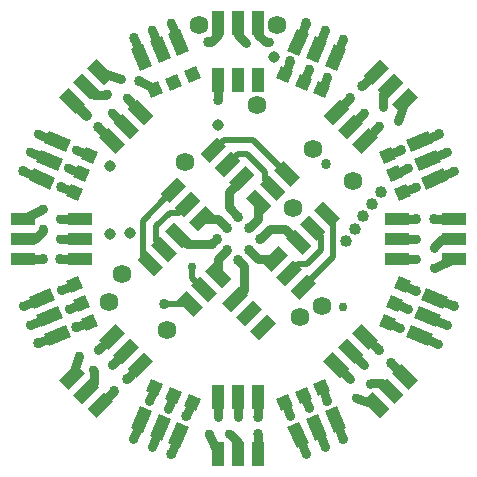
<source format=gtl>
G04 #@! TF.FileFunction,Copper,L1,Top,Signal*
%FSLAX46Y46*%
G04 Gerber Fmt 4.6, Leading zero omitted, Abs format (unit mm)*
G04 Created by KiCad (PCBNEW 4.0.7) date 11/15/18 02:42:04*
%MOMM*%
%LPD*%
G01*
G04 APERTURE LIST*
%ADD10C,0.100000*%
%ADD11R,1.100000X2.000000*%
%ADD12R,2.000000X1.100000*%
%ADD13C,1.589000*%
%ADD14C,1.010000*%
%ADD15C,0.864000*%
%ADD16C,1.586000*%
%ADD17C,0.974000*%
%ADD18C,0.762000*%
%ADD19C,0.762000*%
%ADD20C,0.889000*%
%ADD21C,0.254000*%
%ADD22C,0.508000*%
G04 APERTURE END LIST*
D10*
G36*
X22796877Y22776776D02*
X22019059Y21998958D01*
X20604845Y23413172D01*
X21382663Y24190990D01*
X22796877Y22776776D01*
X22796877Y22776776D01*
G37*
G36*
X23998961Y23978857D02*
X23221143Y23201039D01*
X21806929Y24615253D01*
X22584747Y25393071D01*
X23998961Y23978857D01*
X23998961Y23978857D01*
G37*
G36*
X25201041Y25180940D02*
X24423223Y24403122D01*
X23009009Y25817336D01*
X23786827Y26595154D01*
X25201041Y25180940D01*
X25201041Y25180940D01*
G37*
G36*
X26403123Y22423224D02*
X27180941Y23201042D01*
X28595155Y21786828D01*
X27817337Y21009010D01*
X26403123Y22423224D01*
X26403123Y22423224D01*
G37*
G36*
X25201039Y21221143D02*
X25978857Y21998961D01*
X27393071Y20584747D01*
X26615253Y19806929D01*
X25201039Y21221143D01*
X25201039Y21221143D01*
G37*
G36*
X23998959Y20019060D02*
X24776777Y20796878D01*
X26190991Y19382664D01*
X25413173Y18604846D01*
X23998959Y20019060D01*
X23998959Y20019060D01*
G37*
G36*
X26764021Y33322604D02*
X27780289Y32901652D01*
X27359337Y31885384D01*
X26343069Y32306336D01*
X26764021Y33322604D01*
X26764021Y33322604D01*
G37*
G36*
X25193426Y33973165D02*
X26209694Y33552213D01*
X25788742Y32535945D01*
X24772474Y32956897D01*
X25193426Y33973165D01*
X25193426Y33973165D01*
G37*
G36*
X23622831Y34623727D02*
X24639099Y34202775D01*
X24218147Y33186507D01*
X23201879Y33607459D01*
X23622831Y34623727D01*
X23622831Y34623727D01*
G37*
G36*
X25174854Y35496207D02*
X24158587Y35917158D01*
X24923954Y37764917D01*
X25940221Y37343966D01*
X25174854Y35496207D01*
X25174854Y35496207D01*
G37*
G36*
X26745449Y34845643D02*
X25729182Y35266594D01*
X26494549Y37114353D01*
X27510816Y36693402D01*
X26745449Y34845643D01*
X26745449Y34845643D01*
G37*
G36*
X28316045Y34195083D02*
X27299778Y34616034D01*
X28065145Y36463793D01*
X29081412Y36042842D01*
X28316045Y34195083D01*
X28316045Y34195083D01*
G37*
G36*
X34202775Y24639099D02*
X34623727Y23622831D01*
X33607459Y23201879D01*
X33186507Y24218147D01*
X34202775Y24639099D01*
X34202775Y24639099D01*
G37*
G36*
X33552213Y26209694D02*
X33973165Y25193426D01*
X32956897Y24772474D01*
X32535945Y25788742D01*
X33552213Y26209694D01*
X33552213Y26209694D01*
G37*
G36*
X32901652Y27780289D02*
X33322604Y26764021D01*
X32306336Y26343069D01*
X31885384Y27359337D01*
X32901652Y27780289D01*
X32901652Y27780289D01*
G37*
G36*
X34616034Y27299779D02*
X34195083Y28316046D01*
X36042842Y29081413D01*
X36463793Y28065146D01*
X34616034Y27299779D01*
X34616034Y27299779D01*
G37*
G36*
X35266594Y25729182D02*
X34845643Y26745449D01*
X36693402Y27510816D01*
X37114353Y26494549D01*
X35266594Y25729182D01*
X35266594Y25729182D01*
G37*
G36*
X35917158Y24158588D02*
X35496207Y25174855D01*
X37343966Y25940222D01*
X37764917Y24923955D01*
X35917158Y24158588D01*
X35917158Y24158588D01*
G37*
G36*
X33322604Y13235979D02*
X32901652Y12219711D01*
X31885384Y12640663D01*
X32306336Y13656931D01*
X33322604Y13235979D01*
X33322604Y13235979D01*
G37*
G36*
X33973165Y14806574D02*
X33552213Y13790306D01*
X32535945Y14211258D01*
X32956897Y15227526D01*
X33973165Y14806574D01*
X33973165Y14806574D01*
G37*
G36*
X34623727Y16377169D02*
X34202775Y15360901D01*
X33186507Y15781853D01*
X33607459Y16798121D01*
X34623727Y16377169D01*
X34623727Y16377169D01*
G37*
G36*
X35496207Y14825146D02*
X35917158Y15841413D01*
X37764917Y15076046D01*
X37343966Y14059779D01*
X35496207Y14825146D01*
X35496207Y14825146D01*
G37*
G36*
X34845643Y13254551D02*
X35266594Y14270818D01*
X37114353Y13505451D01*
X36693402Y12489184D01*
X34845643Y13254551D01*
X34845643Y13254551D01*
G37*
G36*
X34195083Y11683955D02*
X34616034Y12700222D01*
X36463793Y11934855D01*
X36042842Y10918588D01*
X34195083Y11683955D01*
X34195083Y11683955D01*
G37*
G36*
X24639099Y5797225D02*
X23622831Y5376273D01*
X23201879Y6392541D01*
X24218147Y6813493D01*
X24639099Y5797225D01*
X24639099Y5797225D01*
G37*
G36*
X26209694Y6447787D02*
X25193426Y6026835D01*
X24772474Y7043103D01*
X25788742Y7464055D01*
X26209694Y6447787D01*
X26209694Y6447787D01*
G37*
G36*
X27780289Y7098348D02*
X26764021Y6677396D01*
X26343069Y7693664D01*
X27359337Y8114616D01*
X27780289Y7098348D01*
X27780289Y7098348D01*
G37*
G36*
X27299779Y5383966D02*
X28316046Y5804917D01*
X29081413Y3957158D01*
X28065146Y3536207D01*
X27299779Y5383966D01*
X27299779Y5383966D01*
G37*
G36*
X25729182Y4733406D02*
X26745449Y5154357D01*
X27510816Y3306598D01*
X26494549Y2885647D01*
X25729182Y4733406D01*
X25729182Y4733406D01*
G37*
G36*
X24158588Y4082842D02*
X25174855Y4503793D01*
X25940222Y2656034D01*
X24923955Y2235083D01*
X24158588Y4082842D01*
X24158588Y4082842D01*
G37*
G36*
X13235979Y6677396D02*
X12219711Y7098348D01*
X12640663Y8114616D01*
X13656931Y7693664D01*
X13235979Y6677396D01*
X13235979Y6677396D01*
G37*
G36*
X14806574Y6026835D02*
X13790306Y6447787D01*
X14211258Y7464055D01*
X15227526Y7043103D01*
X14806574Y6026835D01*
X14806574Y6026835D01*
G37*
G36*
X16377169Y5376273D02*
X15360901Y5797225D01*
X15781853Y6813493D01*
X16798121Y6392541D01*
X16377169Y5376273D01*
X16377169Y5376273D01*
G37*
G36*
X14825146Y4503793D02*
X15841413Y4082842D01*
X15076046Y2235083D01*
X14059779Y2656034D01*
X14825146Y4503793D01*
X14825146Y4503793D01*
G37*
G36*
X13254551Y5154357D02*
X14270818Y4733406D01*
X13505451Y2885647D01*
X12489184Y3306598D01*
X13254551Y5154357D01*
X13254551Y5154357D01*
G37*
G36*
X11683955Y5804917D02*
X12700222Y5383966D01*
X11934855Y3536207D01*
X10918588Y3957158D01*
X11683955Y5804917D01*
X11683955Y5804917D01*
G37*
G36*
X5797225Y15360901D02*
X5376273Y16377169D01*
X6392541Y16798121D01*
X6813493Y15781853D01*
X5797225Y15360901D01*
X5797225Y15360901D01*
G37*
G36*
X6447787Y13790306D02*
X6026835Y14806574D01*
X7043103Y15227526D01*
X7464055Y14211258D01*
X6447787Y13790306D01*
X6447787Y13790306D01*
G37*
G36*
X7098348Y12219711D02*
X6677396Y13235979D01*
X7693664Y13656931D01*
X8114616Y12640663D01*
X7098348Y12219711D01*
X7098348Y12219711D01*
G37*
G36*
X5383966Y12700221D02*
X5804917Y11683954D01*
X3957158Y10918587D01*
X3536207Y11934854D01*
X5383966Y12700221D01*
X5383966Y12700221D01*
G37*
G36*
X4733406Y14270818D02*
X5154357Y13254551D01*
X3306598Y12489184D01*
X2885647Y13505451D01*
X4733406Y14270818D01*
X4733406Y14270818D01*
G37*
G36*
X4082842Y15841412D02*
X4503793Y14825145D01*
X2656034Y14059778D01*
X2235083Y15076045D01*
X4082842Y15841412D01*
X4082842Y15841412D01*
G37*
G36*
X6677396Y26764021D02*
X7098348Y27780289D01*
X8114616Y27359337D01*
X7693664Y26343069D01*
X6677396Y26764021D01*
X6677396Y26764021D01*
G37*
G36*
X6026835Y25193426D02*
X6447787Y26209694D01*
X7464055Y25788742D01*
X7043103Y24772474D01*
X6026835Y25193426D01*
X6026835Y25193426D01*
G37*
G36*
X5376273Y23622831D02*
X5797225Y24639099D01*
X6813493Y24218147D01*
X6392541Y23201879D01*
X5376273Y23622831D01*
X5376273Y23622831D01*
G37*
G36*
X4503793Y25174854D02*
X4082842Y24158587D01*
X2235083Y24923954D01*
X2656034Y25940221D01*
X4503793Y25174854D01*
X4503793Y25174854D01*
G37*
G36*
X5154357Y26745449D02*
X4733406Y25729182D01*
X2885647Y26494549D01*
X3306598Y27510816D01*
X5154357Y26745449D01*
X5154357Y26745449D01*
G37*
G36*
X5804917Y28316045D02*
X5383966Y27299778D01*
X3536207Y28065145D01*
X3957158Y29081412D01*
X5804917Y28316045D01*
X5804917Y28316045D01*
G37*
G36*
X15360901Y34202775D02*
X16377169Y34623727D01*
X16798121Y33607459D01*
X15781853Y33186507D01*
X15360901Y34202775D01*
X15360901Y34202775D01*
G37*
G36*
X13790306Y33552213D02*
X14806574Y33973165D01*
X15227526Y32956897D01*
X14211258Y32535945D01*
X13790306Y33552213D01*
X13790306Y33552213D01*
G37*
G36*
X12219711Y32901652D02*
X13235979Y33322604D01*
X13656931Y32306336D01*
X12640663Y31885384D01*
X12219711Y32901652D01*
X12219711Y32901652D01*
G37*
G36*
X12700221Y34616034D02*
X11683954Y34195083D01*
X10918587Y36042842D01*
X11934854Y36463793D01*
X12700221Y34616034D01*
X12700221Y34616034D01*
G37*
G36*
X14270818Y35266594D02*
X13254551Y34845643D01*
X12489184Y36693402D01*
X13505451Y37114353D01*
X14270818Y35266594D01*
X14270818Y35266594D01*
G37*
G36*
X15841412Y35917158D02*
X14825145Y35496207D01*
X14059778Y37343966D01*
X15076045Y37764917D01*
X15841412Y35917158D01*
X15841412Y35917158D01*
G37*
D11*
X18299999Y38220000D03*
X20000000Y38219998D03*
X21700000Y38220000D03*
X21700001Y33420000D03*
X20000000Y33420002D03*
X18300000Y33420000D03*
D12*
X1780000Y18299999D03*
X1780002Y20000000D03*
X1780000Y21700000D03*
X6580000Y21700001D03*
X6579998Y20000000D03*
X6580000Y18300000D03*
D10*
G36*
X8633224Y7006877D02*
X9411042Y6229059D01*
X7996828Y4814845D01*
X7219010Y5592663D01*
X8633224Y7006877D01*
X8633224Y7006877D01*
G37*
G36*
X7431143Y8208961D02*
X8208961Y7431143D01*
X6794747Y6016929D01*
X6016929Y6794747D01*
X7431143Y8208961D01*
X7431143Y8208961D01*
G37*
G36*
X6229060Y9411041D02*
X7006878Y8633223D01*
X5592664Y7219009D01*
X4814846Y7996827D01*
X6229060Y9411041D01*
X6229060Y9411041D01*
G37*
G36*
X8986776Y10613123D02*
X8208958Y11390941D01*
X9623172Y12805155D01*
X10400990Y12027337D01*
X8986776Y10613123D01*
X8986776Y10613123D01*
G37*
G36*
X10188857Y9411039D02*
X9411039Y10188857D01*
X10825253Y11603071D01*
X11603071Y10825253D01*
X10188857Y9411039D01*
X10188857Y9411039D01*
G37*
G36*
X11390940Y8208959D02*
X10613122Y8986777D01*
X12027336Y10400991D01*
X12805154Y9623173D01*
X11390940Y8208959D01*
X11390940Y8208959D01*
G37*
D11*
X21700001Y1780000D03*
X20000000Y1780002D03*
X18300000Y1780000D03*
X18299999Y6580000D03*
X20000000Y6579998D03*
X21700000Y6580000D03*
D10*
G36*
X32993123Y8633224D02*
X33770941Y9411042D01*
X35185155Y7996828D01*
X34407337Y7219010D01*
X32993123Y8633224D01*
X32993123Y8633224D01*
G37*
G36*
X31791039Y7431143D02*
X32568857Y8208961D01*
X33983071Y6794747D01*
X33205253Y6016929D01*
X31791039Y7431143D01*
X31791039Y7431143D01*
G37*
G36*
X30588959Y6229060D02*
X31366777Y7006878D01*
X32780991Y5592664D01*
X32003173Y4814846D01*
X30588959Y6229060D01*
X30588959Y6229060D01*
G37*
G36*
X29386877Y8986776D02*
X28609059Y8208958D01*
X27194845Y9623172D01*
X27972663Y10400990D01*
X29386877Y8986776D01*
X29386877Y8986776D01*
G37*
G36*
X30588961Y10188857D02*
X29811143Y9411039D01*
X28396929Y10825253D01*
X29174747Y11603071D01*
X30588961Y10188857D01*
X30588961Y10188857D01*
G37*
G36*
X31791041Y11390940D02*
X31013223Y10613122D01*
X29599009Y12027336D01*
X30376827Y12805154D01*
X31791041Y11390940D01*
X31791041Y11390940D01*
G37*
D12*
X38220000Y21700001D03*
X38219998Y20000000D03*
X38220000Y18300000D03*
X33420000Y18299999D03*
X33420002Y20000000D03*
X33420000Y21700000D03*
D10*
G36*
X31366776Y32993123D02*
X30588958Y33770941D01*
X32003172Y35185155D01*
X32780990Y34407337D01*
X31366776Y32993123D01*
X31366776Y32993123D01*
G37*
G36*
X32568857Y31791039D02*
X31791039Y32568857D01*
X33205253Y33983071D01*
X33983071Y33205253D01*
X32568857Y31791039D01*
X32568857Y31791039D01*
G37*
G36*
X33770940Y30588959D02*
X32993122Y31366777D01*
X34407336Y32780991D01*
X35185154Y32003173D01*
X33770940Y30588959D01*
X33770940Y30588959D01*
G37*
G36*
X31013224Y29386877D02*
X31791042Y28609059D01*
X30376828Y27194845D01*
X29599010Y27972663D01*
X31013224Y29386877D01*
X31013224Y29386877D01*
G37*
G36*
X29811143Y30588961D02*
X30588961Y29811143D01*
X29174747Y28396929D01*
X28396929Y29174747D01*
X29811143Y30588961D01*
X29811143Y30588961D01*
G37*
G36*
X28609060Y31791041D02*
X29386878Y31013223D01*
X27972664Y29599009D01*
X27194846Y30376827D01*
X28609060Y31791041D01*
X28609060Y31791041D01*
G37*
G36*
X22776776Y17203123D02*
X21998958Y17980941D01*
X23413172Y19395155D01*
X24190990Y18617337D01*
X22776776Y17203123D01*
X22776776Y17203123D01*
G37*
G36*
X23978857Y16001039D02*
X23201039Y16778857D01*
X24615253Y18193071D01*
X25393071Y17415253D01*
X23978857Y16001039D01*
X23978857Y16001039D01*
G37*
G36*
X25180940Y14798959D02*
X24403122Y15576777D01*
X25817336Y16990991D01*
X26595154Y16213173D01*
X25180940Y14798959D01*
X25180940Y14798959D01*
G37*
G36*
X22423224Y13596877D02*
X23201042Y12819059D01*
X21786828Y11404845D01*
X21009010Y12182663D01*
X22423224Y13596877D01*
X22423224Y13596877D01*
G37*
G36*
X21221143Y14798961D02*
X21998961Y14021143D01*
X20584747Y12606929D01*
X19806929Y13384747D01*
X21221143Y14798961D01*
X21221143Y14798961D01*
G37*
G36*
X20019060Y16001041D02*
X20796878Y15223223D01*
X19382664Y13809009D01*
X18604846Y14586827D01*
X20019060Y16001041D01*
X20019060Y16001041D01*
G37*
G36*
X17223224Y22796877D02*
X18001042Y22019059D01*
X16586828Y20604845D01*
X15809010Y21382663D01*
X17223224Y22796877D01*
X17223224Y22796877D01*
G37*
G36*
X16021143Y23998961D02*
X16798961Y23221143D01*
X15384747Y21806929D01*
X14606929Y22584747D01*
X16021143Y23998961D01*
X16021143Y23998961D01*
G37*
G36*
X14819060Y25201041D02*
X15596878Y24423223D01*
X14182664Y23009009D01*
X13404846Y23786827D01*
X14819060Y25201041D01*
X14819060Y25201041D01*
G37*
G36*
X17576776Y26403123D02*
X16798958Y27180941D01*
X18213172Y28595155D01*
X18990990Y27817337D01*
X17576776Y26403123D01*
X17576776Y26403123D01*
G37*
G36*
X18778857Y25201039D02*
X18001039Y25978857D01*
X19415253Y27393071D01*
X20193071Y26615253D01*
X18778857Y25201039D01*
X18778857Y25201039D01*
G37*
G36*
X19980940Y23998959D02*
X19203122Y24776777D01*
X20617336Y26190991D01*
X21395154Y25413173D01*
X19980940Y23998959D01*
X19980940Y23998959D01*
G37*
G36*
X17203123Y17223224D02*
X17980941Y18001042D01*
X19395155Y16586828D01*
X18617337Y15809010D01*
X17203123Y17223224D01*
X17203123Y17223224D01*
G37*
G36*
X16001039Y16021143D02*
X16778857Y16798961D01*
X18193071Y15384747D01*
X17415253Y14606929D01*
X16001039Y16021143D01*
X16001039Y16021143D01*
G37*
G36*
X14798959Y14819060D02*
X15576777Y15596878D01*
X16990991Y14182664D01*
X16213173Y13404846D01*
X14798959Y14819060D01*
X14798959Y14819060D01*
G37*
G36*
X13596877Y17576776D02*
X12819059Y16798958D01*
X11404845Y18213172D01*
X12182663Y18990990D01*
X13596877Y17576776D01*
X13596877Y17576776D01*
G37*
G36*
X14798961Y18778857D02*
X14021143Y18001039D01*
X12606929Y19415253D01*
X13384747Y20193071D01*
X14798961Y18778857D01*
X14798961Y18778857D01*
G37*
G36*
X16001041Y19980940D02*
X15223223Y19203122D01*
X13809009Y20617336D01*
X14586827Y21395154D01*
X16001041Y19980940D01*
X16001041Y19980940D01*
G37*
G36*
X7006877Y31366776D02*
X6229059Y30588958D01*
X4814845Y32003172D01*
X5592663Y32780990D01*
X7006877Y31366776D01*
X7006877Y31366776D01*
G37*
G36*
X8208961Y32568857D02*
X7431143Y31791039D01*
X6016929Y33205253D01*
X6794747Y33983071D01*
X8208961Y32568857D01*
X8208961Y32568857D01*
G37*
G36*
X9411041Y33770940D02*
X8633223Y32993122D01*
X7219009Y34407336D01*
X7996827Y35185154D01*
X9411041Y33770940D01*
X9411041Y33770940D01*
G37*
G36*
X10613123Y31013224D02*
X11390941Y31791042D01*
X12805155Y30376828D01*
X12027337Y29599010D01*
X10613123Y31013224D01*
X10613123Y31013224D01*
G37*
G36*
X9411039Y29811143D02*
X10188857Y30588961D01*
X11603071Y29174747D01*
X10825253Y28396929D01*
X9411039Y29811143D01*
X9411039Y29811143D01*
G37*
G36*
X8208959Y28609060D02*
X8986777Y29386878D01*
X10400991Y27972664D01*
X9623173Y27194846D01*
X8208959Y28609060D01*
X8208959Y28609060D01*
G37*
D13*
X23300000Y38050000D03*
X16700000Y38050000D03*
D14*
X32035326Y23970969D03*
X31306884Y22930646D03*
X30578442Y21890323D03*
X29850000Y20850000D03*
X29121558Y19809677D03*
D15*
X19080000Y20920000D03*
D16*
X25252938Y13404099D03*
X29723263Y24883122D03*
D17*
X18290000Y29660000D03*
D16*
X21592039Y31295634D03*
D17*
X9093689Y26177483D03*
D15*
X17431000Y36626000D03*
X7088000Y30508000D03*
D17*
X10821000Y20441000D03*
D15*
X38232000Y14265000D03*
X36947000Y28837000D03*
D17*
X23050000Y35370000D03*
D16*
X9040000Y14636000D03*
D17*
X9127000Y20395000D03*
D15*
X20920000Y19080000D03*
D16*
X13940000Y12250000D03*
D15*
X3440000Y18300000D03*
X9492000Y7088000D03*
X21700000Y3440000D03*
X32912000Y9492000D03*
X36560000Y21700000D03*
X30508000Y32912000D03*
X20920000Y20920000D03*
X19080000Y19080000D03*
X25735000Y38232000D03*
X11163000Y36947000D03*
X1768000Y25735000D03*
X3053000Y11163000D03*
X14265000Y1768000D03*
X28837000Y3053000D03*
D16*
X26309182Y27548550D03*
X15475863Y26509423D03*
D15*
X33740000Y27520000D03*
X24398000Y35033000D03*
D16*
X10130000Y16990000D03*
D15*
X18300000Y31720000D03*
X4920000Y18300000D03*
X10539000Y8135000D03*
X21700000Y4920000D03*
X31865000Y10539000D03*
X35080000Y21700000D03*
X29461000Y31865000D03*
X8135000Y29461000D03*
X6260000Y12480000D03*
X15602000Y4967000D03*
X27520000Y6260000D03*
X35033000Y15602000D03*
X20000000Y21840000D03*
X18160000Y20000000D03*
X20000000Y18160000D03*
X21840000Y20000000D03*
X11570000Y33380000D03*
X4967000Y24398000D03*
D16*
X27075420Y14258169D03*
X24600000Y22590000D03*
D18*
X28860000Y14200000D03*
D15*
X27410050Y26287316D03*
D18*
X16111511Y17583231D03*
X27298000Y37683000D03*
X32275000Y31144000D03*
X31897000Y29496000D03*
X36560000Y17500000D03*
X36560000Y19200000D03*
X30663000Y30663000D03*
X35080000Y18300000D03*
X29942000Y6523000D03*
X35080000Y20000000D03*
X31144000Y7725000D03*
X29461000Y8135000D03*
X17500000Y3440000D03*
X30663000Y9337000D03*
X19200000Y3440000D03*
X18300000Y4911000D03*
X6523000Y10058000D03*
X20000000Y4920000D03*
X7725000Y8856000D03*
X8135000Y10539000D03*
X3440000Y22500000D03*
X9337000Y9337000D03*
X3440000Y20800000D03*
X4920000Y21700000D03*
X10058000Y33477000D03*
X4920000Y20000000D03*
X8856000Y32275000D03*
X22569000Y36626000D03*
X10532000Y31871000D03*
X20650000Y36600000D03*
X9337000Y30663000D03*
X38265000Y25687000D03*
X27526000Y33727000D03*
X37664000Y27344000D03*
X25953000Y34382000D03*
X35028000Y24385000D03*
X36937000Y11106000D03*
X34379000Y25960000D03*
X37683000Y12702000D03*
X25687000Y1735000D03*
X33727000Y12474000D03*
X27344000Y2336000D03*
X34382000Y14047000D03*
X11106000Y3063000D03*
X24385000Y4972000D03*
X12702000Y2317000D03*
X25960000Y5621000D03*
X1735000Y14313000D03*
X12474000Y6273000D03*
X2336000Y12656000D03*
X14047000Y5618000D03*
X3063000Y28894000D03*
X4972000Y15615000D03*
X2317000Y27298000D03*
X5621000Y14040000D03*
X14313000Y38265000D03*
X6273000Y27526000D03*
X12656000Y37664000D03*
X5618000Y25953000D03*
D15*
X13740000Y14470000D03*
D18*
X33477000Y29942000D03*
X28894000Y36937000D03*
D19*
X18299000Y21701000D02*
X19080000Y20920000D01*
X18299000Y21701000D02*
X16905000Y21701000D01*
X38220000Y21700000D02*
X36560000Y21700000D01*
X17431000Y36626000D02*
X17695921Y36626000D01*
X18299999Y37230078D02*
X18299999Y38220000D01*
X17695921Y36626000D02*
X18299999Y37230078D01*
X18299000Y18299000D02*
X19080000Y19080000D01*
X36631000Y14952000D02*
X38232000Y14265000D01*
X35329000Y28191000D02*
X36947000Y28837000D01*
X18299000Y16905000D02*
X18299000Y18299000D01*
X21701000Y18299000D02*
X20920000Y19080000D01*
X21701000Y18299000D02*
X23095000Y18299000D01*
D20*
X5914000Y31681000D02*
X7088000Y30508000D01*
D19*
X1780000Y18300000D02*
X3440000Y18300000D01*
X8319000Y5914000D02*
X9492000Y7088000D01*
X21700000Y1780000D02*
X21700000Y3440000D01*
X34086000Y8319000D02*
X32912000Y9492000D01*
X31681000Y34086000D02*
X30508000Y32912000D01*
X21701000Y21701000D02*
X20920000Y20920000D01*
X21701000Y23095000D02*
X21701000Y21701000D01*
X25048000Y36631000D02*
X25735000Y38232000D01*
X11809000Y35329000D02*
X11163000Y36947000D01*
X3369000Y25048000D02*
X1768000Y25735000D01*
X4671000Y11809000D02*
X3053000Y11163000D01*
X14952000Y3369000D02*
X14265000Y1768000D01*
X28191000Y4671000D02*
X28837000Y3053000D01*
X30691000Y11713000D02*
X31865000Y10539000D01*
X19700862Y14905025D02*
X20478679Y15682842D01*
X20478679Y15682842D02*
X20478679Y17681321D01*
X20478679Y17681321D02*
X20390499Y17769501D01*
X20390499Y17769501D02*
X20000000Y18160000D01*
X17755000Y19579000D02*
X17755000Y19595000D01*
X17755000Y19595000D02*
X18160000Y20000000D01*
X33740000Y27520000D02*
X32789000Y27138000D01*
X14905000Y20299000D02*
X15625000Y19579000D01*
X15625000Y19579000D02*
X17755000Y19579000D01*
X18300000Y33420000D02*
X18300000Y31720000D01*
X6580000Y18300000D02*
X4920000Y18300000D01*
X11713000Y9309000D02*
X10539000Y8135000D01*
X21700000Y6580000D02*
X21700000Y4920000D01*
X33420000Y21700000D02*
X35080000Y21700000D01*
X28287000Y30691000D02*
X29461000Y31865000D01*
X9309000Y28287000D02*
X8135000Y29461000D01*
X7211000Y12862000D02*
X6260000Y12480000D01*
X16004000Y5909000D02*
X15602000Y4967000D01*
X27138000Y7211000D02*
X27520000Y6260000D01*
X34091000Y16004000D02*
X35033000Y15602000D01*
X23996000Y34091000D02*
X24398000Y35033000D01*
X20000000Y21840000D02*
X19170000Y22670000D01*
X19170000Y23966000D02*
X19170000Y22670000D01*
X19170000Y23966000D02*
X20299000Y25095000D01*
X21840000Y20000000D02*
X22670000Y20830000D01*
X23966000Y20830000D02*
X22670000Y20830000D01*
X23966000Y20830000D02*
X25095000Y19701000D01*
X11570000Y33380000D02*
X12862000Y32789000D01*
X4967000Y24398000D02*
X5909000Y23996000D01*
D21*
X32883000Y32883000D02*
X32274841Y32274841D01*
D19*
X32274841Y32274841D02*
X32274841Y31144159D01*
D21*
X32274841Y31144159D02*
X32275000Y31144000D01*
X17097055Y15702945D02*
X17097055Y15703124D01*
D22*
X17097055Y15703124D02*
X16111511Y16688668D01*
X16111511Y16688668D02*
X16111511Y17583231D01*
D19*
X26619000Y35981000D02*
X27298000Y37683000D01*
D22*
X12501000Y17895000D02*
X11919509Y18476491D01*
X11919509Y18476491D02*
X11919509Y21523509D01*
X11919509Y21523509D02*
X13900000Y23504000D01*
X13900000Y23504000D02*
X14501000Y24105000D01*
X13703000Y19097000D02*
X13028984Y19771016D01*
X13028984Y19771016D02*
X13028984Y21067433D01*
X13028984Y21067433D02*
X14172780Y22211229D01*
X14172780Y22211229D02*
X15011229Y22211229D01*
X15011229Y22211229D02*
X15703000Y22903000D01*
X17894974Y27499139D02*
X18753057Y28357222D01*
X18753057Y28357222D02*
X21250846Y28357222D01*
X21250846Y28357222D02*
X24105025Y25503043D01*
X24105025Y25503043D02*
X24105025Y25499138D01*
X19097000Y26297000D02*
X19935134Y27135134D01*
X19935134Y27135134D02*
X20702867Y27135134D01*
X20702867Y27135134D02*
X22218933Y25619068D01*
X22218933Y25619068D02*
X22218933Y24981067D01*
X22218933Y24981067D02*
X22903000Y24297000D01*
X26100000Y16496000D02*
X25499000Y15895000D01*
X28010967Y18406967D02*
X26100000Y16496000D01*
X28010967Y21593033D02*
X28010967Y18406967D01*
X27499000Y22105000D02*
X28010967Y21593033D01*
X26297000Y20903000D02*
X26991053Y20208947D01*
X25016777Y17823078D02*
X24297000Y17103301D01*
X26991053Y20208947D02*
X26991053Y19044381D01*
X26991053Y19044381D02*
X25769750Y17823078D01*
X24297000Y17103301D02*
X24297000Y17097000D01*
X25769750Y17823078D02*
X25016777Y17823078D01*
D19*
X38220000Y18300000D02*
X36560000Y17500000D01*
X30691000Y28290000D02*
X31897000Y29496000D01*
X38220000Y20000000D02*
X37230707Y20000000D01*
X37230707Y20000000D02*
X36560000Y19329293D01*
X36560000Y19329293D02*
X36560000Y19200000D01*
X29489000Y29489000D02*
X30663000Y30663000D01*
X31681000Y5914000D02*
X29942000Y6523000D01*
X33420000Y18300000D02*
X35080000Y18300000D01*
X32883000Y7117000D02*
X32189417Y7810583D01*
X32189417Y7810583D02*
X31229583Y7810583D01*
X31229583Y7810583D02*
X31144000Y7725000D01*
X33420000Y20000000D02*
X35080000Y20000000D01*
X28287000Y9309000D02*
X29461000Y8135000D01*
X18300000Y1780000D02*
X17500000Y3440000D01*
X29489000Y10511000D02*
X30663000Y9337000D01*
X20000000Y1780000D02*
X20000000Y2768881D01*
X20000000Y2768881D02*
X19328881Y3440000D01*
X19328881Y3440000D02*
X19200000Y3440000D01*
X18300000Y5477000D02*
X18300000Y4911000D01*
X18300000Y6580000D02*
X18300000Y5477000D01*
X5914000Y8319000D02*
X6523000Y10058000D01*
X7117000Y7117000D02*
X7813458Y7813458D01*
X7813458Y7813458D02*
X7813458Y8767542D01*
X7813458Y8767542D02*
X7725000Y8856000D01*
X20000000Y6581000D02*
X20000000Y4920000D01*
X9309000Y11713000D02*
X8135000Y10539000D01*
X1780000Y21700000D02*
X3440000Y22500000D01*
X3440000Y20669555D02*
X3440000Y20800000D01*
X1780000Y20000000D02*
X2770445Y20000000D01*
X2770445Y20000000D02*
X3440000Y20669555D01*
X10511000Y10511000D02*
X9337000Y9337000D01*
X6580000Y21700000D02*
X4920000Y21700000D01*
X8319000Y34086000D02*
X10058000Y33477000D01*
X7117000Y32883000D02*
X7812133Y32187867D01*
X7812133Y32187867D02*
X8768867Y32187867D01*
X8768867Y32187867D02*
X8856000Y32275000D01*
X6580000Y20000000D02*
X4920000Y20000000D01*
X21700000Y38220000D02*
X21700000Y37233502D01*
X21700000Y37233502D02*
X22307502Y36626000D01*
X22307502Y36626000D02*
X22569000Y36626000D01*
X22569000Y36628000D02*
X22569000Y36626000D01*
X11712000Y30691000D02*
X10532000Y31871000D01*
X19998093Y38218093D02*
X19998093Y37232805D01*
X19998093Y37232805D02*
X20630898Y36600000D01*
X20630898Y36600000D02*
X20650000Y36600000D01*
X10511000Y29489000D02*
X9337000Y30663000D01*
X36631000Y25049000D02*
X38265000Y25687000D01*
X27526000Y33727000D02*
X27137000Y32789000D01*
X35980000Y26620000D02*
X37664000Y27344000D01*
X25953000Y34382000D02*
X25566000Y33440000D01*
X34090000Y23997000D02*
X35028000Y24385000D01*
X35330000Y11810000D02*
X36937000Y11106000D01*
X33439000Y25568000D02*
X34379000Y25960000D01*
X35981000Y13381000D02*
X37683000Y12702000D01*
X32789000Y12863000D02*
X33727000Y12474000D01*
X25049000Y3370000D02*
X25687000Y1735000D01*
X33440000Y14434000D02*
X34382000Y14047000D01*
X26620000Y4019000D02*
X27343000Y2336000D01*
X23997000Y5910000D02*
X24385000Y4972000D01*
X11811000Y4671000D02*
X11106000Y3063000D01*
X25960000Y5621000D02*
X25568000Y6561000D01*
X13381000Y4019000D02*
X12703000Y2317000D01*
X12863000Y7211000D02*
X12474000Y6273000D01*
X3370000Y14951000D02*
X1735000Y14313000D01*
X14047000Y5618000D02*
X14434000Y6560000D01*
X4019000Y13380000D02*
X2336000Y12657000D01*
X4671000Y28189000D02*
X3063000Y28894000D01*
X5910000Y16003000D02*
X4972000Y15615000D01*
X5621000Y14040000D02*
X6561000Y14432000D01*
X4019000Y26619000D02*
X2317000Y27297000D01*
X14951000Y36631000D02*
X14313000Y38265000D01*
X7211000Y27137000D02*
X6273000Y27526000D01*
X6560000Y25566000D02*
X5618000Y25953000D01*
X13380000Y35980000D02*
X12656000Y37664000D01*
D22*
X13740000Y14470000D02*
X15864113Y14470000D01*
D21*
X15864113Y14470000D02*
X15894975Y14500862D01*
D22*
X15894975Y14500862D02*
X15894975Y14499964D01*
D19*
X34086000Y31681000D02*
X33477000Y29942000D01*
X28189000Y35330000D02*
X28894000Y36937000D01*
M02*

</source>
